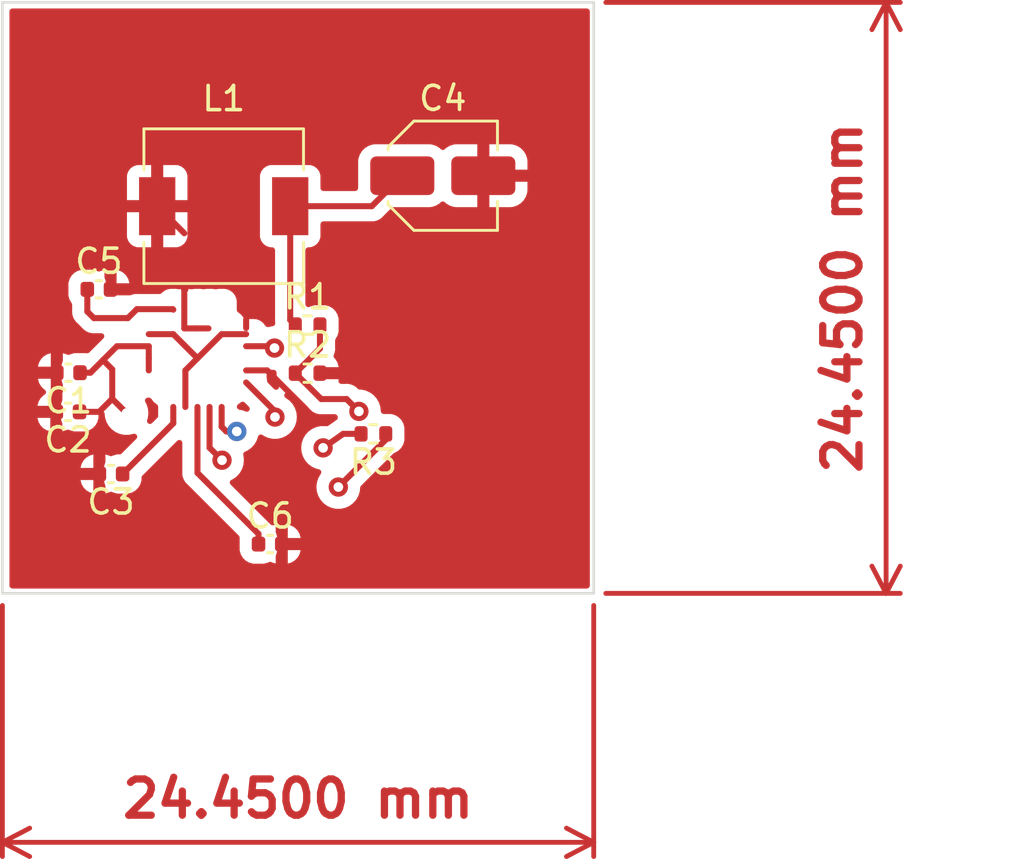
<source format=kicad_pcb>
(kicad_pcb (version 20221018) (generator pcbnew)
  (layers (0 "F.Cu" signal) (1 "In1.Cu" signal) (2 "In2.Cu" signal) (31 "B.Cu" signal) (34 "B.Paste" user) (35 "F.Paste" user) (36 "B.SilkS" user "B.Silkscreen") (37 "F.SilkS" user "F.Silkscreen") (38 "B.Mask" user) (39 "F.Mask" user) (44 "Edge.Cuts" user))
  (net 0 "")
  (net 1 "Net-(IC1-EN{slash}UVLO)")
  (net 2 "Earth")
  (net 3 "Net-(IC1-INTVCC)")
  (net 4 "/Vout")
  (net 5 "Net-(IC1-BST)")
  (net 6 "Net-(IC1-SS)")
  (net 7 "/FB")
  (net 8 "Net-(IC1-RT)")
  (net 9 "Net-(IC1-MODE{slash}SYNC)")
  (footprint "Capacitor_SMD:C_0402_1005Metric" (layer "F.Cu") (at 108.2 70.76 180)
    (fp_text reference "C3" (at 0 -1.16) (layer "F.SilkS"))
    (fp_text value "C")
    (fp_line (start -0.107836 -0.36) (end 0.107836 -0.36) (stroke (width 0.12)) (layer "F.SilkS"))
    (fp_line (start -0.107836 0.36) (end 0.107836 0.36) (stroke (width 0.12)) (layer "F.SilkS"))
    (pad "1" smd roundrect (at -0.48 0 180) (size 0.56 0.62) (layers "F.Cu" "F.Paste" "F.Mask") (net 3 "Net-(IC1-INTVCC)"))
    (pad "2" smd roundrect (at 0.48 0 180) (size 0.56 0.62) (layers "F.Cu" "F.Paste" "F.Mask") (net 2 "Earth"))
  )
  (footprint "Resistor_SMD:R_0402_1005Metric" (layer "F.Cu") (at 119.05 69.1 180)
    (fp_text reference "R3" (at 0 -1.17) (layer "F.SilkS"))
    (fp_text value "R")
    (fp_line (start -0.153641 -0.38) (end 0.153641 -0.38) (stroke (width 0.12)) (layer "F.SilkS"))
    (fp_line (start -0.153641 0.38) (end 0.153641 0.38) (stroke (width 0.12)) (layer "F.SilkS"))
    (pad "1" smd roundrect (at -0.51 0 180) (size 0.54 0.64) (layers "F.Cu" "F.Paste" "F.Mask") (net 8 "Net-(IC1-RT)"))
    (pad "2" smd roundrect (at 0.51 0 180) (size 0.54 0.64) (layers "F.Cu" "F.Paste" "F.Mask") (net 9 "Net-(IC1-MODE{slash}SYNC)"))
  )
  (footprint "Resistor_SMD:R_0402_1005Metric" (layer "F.Cu") (at 116.33 64.6)
    (fp_text reference "R1" (at 0 -1.17) (layer "F.SilkS"))
    (fp_text value "R")
    (fp_line (start -0.153641 -0.38) (end 0.153641 -0.38) (stroke (width 0.12)) (layer "F.SilkS"))
    (fp_line (start -0.153641 0.38) (end 0.153641 0.38) (stroke (width 0.12)) (layer "F.SilkS"))
    (pad "1" smd roundrect (at -0.51 0) (size 0.54 0.64) (layers "F.Cu" "F.Paste" "F.Mask") (net 4 "/Vout"))
    (pad "2" smd roundrect (at 0.51 0) (size 0.54 0.64) (layers "F.Cu" "F.Paste" "F.Mask") (net 7 "/FB"))
  )
  (footprint "Capacitor_SMD:C_0402_1005Metric" (layer "F.Cu") (at 114.78 73.66)
    (fp_text reference "C6" (at 0 -1.16) (layer "F.SilkS"))
    (fp_text value "C")
    (fp_line (start -0.107836 -0.36) (end 0.107836 -0.36) (stroke (width 0.12)) (layer "F.SilkS"))
    (fp_line (start -0.107836 0.36) (end 0.107836 0.36) (stroke (width 0.12)) (layer "F.SilkS"))
    (pad "1" smd roundrect (at -0.48 0) (size 0.56 0.62) (layers "F.Cu" "F.Paste" "F.Mask") (net 6 "Net-(IC1-SS)"))
    (pad "2" smd roundrect (at 0.48 0) (size 0.56 0.62) (layers "F.Cu" "F.Paste" "F.Mask") (net 2 "Earth"))
  )
  (footprint "Capacitor_SMD:C_0402_1005Metric" (layer "F.Cu") (at 107.7 63.12)
    (fp_text reference "C5" (at 0 -1.16) (layer "F.SilkS"))
    (fp_text value "C")
    (fp_line (start -0.107836 -0.36) (end 0.107836 -0.36) (stroke (width 0.12)) (layer "F.SilkS"))
    (fp_line (start -0.107836 0.36) (end 0.107836 0.36) (stroke (width 0.12)) (layer "F.SilkS"))
    (pad "1" smd roundrect (at -0.48 0) (size 0.56 0.62) (layers "F.Cu" "F.Paste" "F.Mask") (net 5 "Net-(IC1-BST)"))
    (pad "2" smd roundrect (at 0.48 0) (size 0.56 0.62) (layers "F.Cu" "F.Paste" "F.Mask") (net 2 "Earth"))
  )
  (footprint "Capacitor_SMD:C_Elec_4x5.8" (layer "F.Cu") (at 121.92 58.42)
    (fp_text reference "C4" (at 0 -3.2) (layer "F.SilkS"))
    (fp_text value "C")
    (fp_line (start -2.26 -1.195563) (end -2.26 -1.06) (stroke (width 0.12)) (layer "F.SilkS"))
    (fp_line (start -2.26 -1.195563) (end -1.195563 -2.26) (stroke (width 0.12)) (layer "F.SilkS"))
    (fp_line (start -2.26 1.195563) (end -2.26 1.06) (stroke (width 0.12)) (layer "F.SilkS"))
    (fp_line (start -2.26 1.195563) (end -1.195563 2.26) (stroke (width 0.12)) (layer "F.SilkS"))
    (fp_line (start -1.195563 -2.26) (end 2.26 -2.26) (stroke (width 0.12)) (layer "F.SilkS"))
    (fp_line (start -1.195563 2.26) (end 2.26 2.26) (stroke (width 0.12)) (layer "F.SilkS"))
    (fp_line (start 2.26 -2.26) (end 2.26 -1.06) (stroke (width 0.12)) (layer "F.SilkS"))
    (fp_line (start 2.26 2.26) (end 2.26 1.06) (stroke (width 0.12)) (layer "F.SilkS"))
    (pad "1" smd roundrect (at -1.675 0) (size 2.65 1.6) (layers "F.Cu" "F.Paste" "F.Mask") (roundrect_rratio 0.15625) (net 4 "/Vout"))
    (pad "2" smd roundrect (at 1.675 0) (size 2.65 1.6) (layers "F.Cu" "F.Paste" "F.Mask") (roundrect_rratio 0.15625) (net 2 "Earth"))
  )
  (footprint "Inductor_SMD:L_6.3x6.3_H3" (layer "F.Cu") (at 112.86 59.68)
    (fp_text reference "L1" (at 0 -4.45) (layer "F.SilkS"))
    (fp_text value "L")
    (fp_line (start -3.3 -3.2) (end 3.3 -3.2) (stroke (width 0.12)) (layer "F.SilkS"))
    (fp_line (start -3.3 -1.5) (end -3.3 -3.2) (stroke (width 0.12)) (layer "F.SilkS"))
    (fp_line (start -3.3 3.2) (end -3.3 1.5) (stroke (width 0.12)) (layer "F.SilkS"))
    (fp_line (start 3.3 -3.2) (end 3.3 -1.5) (stroke (width 0.12)) (layer "F.SilkS"))
    (fp_line (start 3.3 1.5) (end 3.3 3.2) (stroke (width 0.12)) (layer "F.SilkS"))
    (fp_line (start 3.3 3.2) (end -3.3 3.2) (stroke (width 0.12)) (layer "F.SilkS"))
    (pad "1" smd rect (at -2.75 0) (size 1.5 2.4) (layers "F.Cu" "F.Paste" "F.Mask") (net 2 "Earth"))
    (pad "2" smd rect (at 2.75 0) (size 1.5 2.4) (layers "F.Cu" "F.Paste" "F.Mask") (net 4 "/Vout"))
  )
  (footprint "Capacitor_SMD:C_0402_1005Metric" (layer "F.Cu") (at 106.42 68.19 180)
    (fp_text reference "C2" (at 0 -1.16) (layer "F.SilkS"))
    (fp_text value "C")
    (fp_line (start -0.107836 -0.36) (end 0.107836 -0.36) (stroke (width 0.12)) (layer "F.SilkS"))
    (fp_line (start -0.107836 0.36) (end 0.107836 0.36) (stroke (width 0.12)) (layer "F.SilkS"))
    (pad "1" smd roundrect (at -0.48 0 180) (size 0.56 0.62) (layers "F.Cu" "F.Paste" "F.Mask") (net 1 "Net-(IC1-EN{slash}UVLO)"))
    (pad "2" smd roundrect (at 0.48 0 180) (size 0.56 0.62) (layers "F.Cu" "F.Paste" "F.Mask") (net 2 "Earth"))
  )
  (footprint "Capacitor_SMD:C_0402_1005Metric" (layer "F.Cu") (at 106.44 66.57 180)
    (fp_text reference "C1" (at 0 -1.16) (layer "F.SilkS"))
    (fp_text value "C" hide)
    (fp_line (start -0.107836 -0.36) (end 0.107836 -0.36) (stroke (width 0.12)) (layer "F.SilkS"))
    (fp_line (start -0.107836 0.36) (end 0.107836 0.36) (stroke (width 0.12)) (layer "F.SilkS"))
    (pad "1" smd roundrect locked (at -0.48 0 180) (size 0.56 0.62) (layers "F.Cu" "F.Paste" "F.Mask") (net 1 "Net-(IC1-EN{slash}UVLO)"))
    (pad "2" smd roundrect (at 0.48 0 180) (size 0.56 0.62) (layers "F.Cu" "F.Paste" "F.Mask") (net 2 "Earth"))
  )
  (footprint "Resistor_SMD:R_0402_1005Metric" (layer "F.Cu") (at 116.33 66.59)
    (fp_text reference "R2" (at 0 -1.17) (layer "F.SilkS"))
    (fp_text value "R")
    (fp_line (start -0.153641 -0.38) (end 0.153641 -0.38) (stroke (width 0.12)) (layer "F.SilkS"))
    (fp_line (start -0.153641 0.38) (end 0.153641 0.38) (stroke (width 0.12)) (layer "F.SilkS"))
    (pad "1" smd roundrect (at -0.51 0) (size 0.54 0.64) (layers "F.Cu" "F.Paste" "F.Mask") (net 7 "/FB"))
    (pad "2" smd roundrect (at 0.51 0) (size 0.54 0.64) (layers "F.Cu" "F.Paste" "F.Mask") (net 2 "Earth"))
  )
  (gr_rect (start 103.71 51.25) (end 128.16 75.7) (stroke (width 0.1)) (fill none) (layer "Edge.Cuts"))
  (dimension (type aligned) (layer "F.Cu") (pts (xy 128.16 75.7) (xy 128.16 51.25)) (height 12.09) (gr_text "24,4500 mm" (at 138.45 63.475 90) (layer "F.Cu") (effects (font (size 1.5 1.5) (thickness 0.3)))) (format (prefix "") (suffix "") (units 3) (units_format 1) (precision 4)) (style (thickness 0.2) (arrow_length 1.27) (text_position_mode 0) (extension_height 0.58642) (extension_offset 0.5) keep_text_aligned))
  (dimension (type aligned) (layer "F.Cu") (pts (xy 128.16 75.7) (xy 103.71 75.7)) (height -10.3) (gr_text "24,4500 mm" (at 115.935 84.2) (layer "F.Cu") (effects (font (size 1.5 1.5) (thickness 0.3)))) (format (prefix "") (suffix "") (units 3) (units_format 1) (precision 4)) (style (thickness 0.2) (arrow_length 1.27) (text_position_mode 0) (extension_height 0.58642) (extension_offset 0.5) keep_text_aligned))
  (segment (start 106.9 68.19) (end 107.71076 68.19) (width 0.25) (layer "F.Cu") (net 1))
  (segment (start 109.7625 65.975) (end 109.7625 65.475) (width 0.25) (layer "F.Cu") (net 1))
  (segment (start 114.96 65.55) (end 114.885 65.475) (width 0.25) (layer "F.Cu") (net 1))
  (segment (start 114.885 65.475) (end 113.7875 65.475) (width 0.25) (layer "F.Cu") (net 1))
  (segment (start 106.92 66.57) (end 107.35 66.57) (width 0.25) (layer "F.Cu") (net 1))
  (segment (start 108.25038 66.43038) (end 107.87 66.05) (width 0.25) (layer "F.Cu") (net 1))
  (segment (start 108.445 65.475) (end 109.7625 65.475) (width 0.25) (layer "F.Cu") (net 1))
  (segment (start 107.87 66.05) (end 108.445 65.475) (width 0.25) (layer "F.Cu") (net 1))
  (segment (start 108.84 68.24) (end 108.25038 67.65038) (width 0.25) (layer "F.Cu") (net 1))
  (segment (start 108.25038 67.65038) (end 108.25038 66.43038) (width 0.25) (layer "F.Cu") (net 1))
  (segment (start 109.7625 65.975) (end 109.7625 66.475) (width 0.25) (layer "F.Cu") (net 1))
  (segment (start 107.71076 68.19) (end 108.25038 67.65038) (width 0.25) (layer "F.Cu") (net 1))
  (segment (start 107.35 66.57) (end 107.87 66.05) (width 0.25) (layer "F.Cu") (net 1))
  (via blind (at 114.96 65.55) (size 0.8) (drill 0.4) (layers "F.Cu" "In30.Cu") (net 1))
  (segment (start 105.96 66.57) (end 105.96 66.562391) (width 0.25) (layer "F.Cu") (net 2))
  (segment (start 111.73 64.7375) (end 112.23 64.7375) (width 0.25) (layer "F.Cu") (net 2))
  (segment (start 108.18 62.6) (end 108.18 63.12) (width 0.25) (layer "F.Cu") (net 2))
  (segment (start 111.22 63.12) (end 111.23 63.13) (width 0.25) (layer "F.Cu") (net 2))
  (segment (start 110.11 59.68) (end 111.23 60.8) (width 0.25) (layer "F.Cu") (net 2))
  (segment (start 108.065 62.485) (end 108.18 62.6) (width 0.25) (layer "F.Cu") (net 2))
  (segment (start 113.7875 64.975) (end 112.775 64.975) (width 0.25) (layer "F.Cu") (net 2))
  (segment (start 112.775 64.975) (end 111.775 65.975) (width 0.25) (layer "F.Cu") (net 2))
  (segment (start 111.275 66.475) (end 111.775 65.975) (width 0.25) (layer "F.Cu") (net 2))
  (segment (start 105.94 66.59) (end 105.96 66.57) (width 0.25) (layer "F.Cu") (net 2))
  (segment (start 116.245 68.065) (end 114.655 66.475) (width 0.25) (layer "F.Cu") (net 2))
  (segment (start 111.275 67.9875) (end 111.275 66.475) (width 0.25) (layer "F.Cu") (net 2))
  (segment (start 111.23 64.7375) (end 111.73 64.7375) (width 0.25) (layer "F.Cu") (net 2))
  (segment (start 111.23 63.13) (end 111.23 64.7375) (width 0.25) (layer "F.Cu") (net 2))
  (segment (start 110.775 64.975) (end 111.775 65.975) (width 0.25) (layer "F.Cu") (net 2))
  (segment (start 109.7625 64.975) (end 110.775 64.975) (width 0.25) (layer "F.Cu") (net 2))
  (segment (start 114.655 66.475) (end 113.7875 66.475) (width 0.25) (layer "F.Cu") (net 2))
  (segment (start 110.775 67.9875) (end 110.775 68.665) (width 0.25) (layer "F.Cu") (net 3))
  (segment (start 110.775 68.665) (end 108.68 70.76) (width 0.25) (layer "F.Cu") (net 3))
  (segment (start 115.61 64.39) (end 115.82 64.6) (width 0.25) (layer "F.Cu") (net 4))
  (segment (start 118.985 59.68) (end 115.61 59.68) (width 0.25) (layer "F.Cu") (net 4))
  (segment (start 120.245 58.42) (end 118.985 59.68) (width 0.25) (layer "F.Cu") (net 4))
  (segment (start 115.61 59.68) (end 115.61 64.39) (width 0.25) (layer "F.Cu") (net 4))
  (segment (start 110.7525 63.94) (end 110.775 63.9625) (width 0.25) (layer "F.Cu") (net 5))
  (segment (start 107.22 64.04) (end 107.49 64.31) (width 0.25) (layer "F.Cu") (net 5))
  (segment (start 109.27 63.94) (end 110.7525 63.94) (width 0.25) (layer "F.Cu") (net 5))
  (segment (start 108.9 64.31) (end 109.27 63.94) (width 0.25) (layer "F.Cu") (net 5))
  (segment (start 107.49 64.31) (end 108.9 64.31) (width 0.25) (layer "F.Cu") (net 5))
  (segment (start 107.22 63.12) (end 107.22 64.04) (width 0.25) (layer "F.Cu") (net 5))
  (segment (start 111.775 70.715) (end 114.3 73.24) (width 0.25) (layer "F.Cu") (net 6))
  (segment (start 114.3 73.24) (end 114.3 73.66) (width 0.25) (layer "F.Cu") (net 6))
  (segment (start 111.775 67.9875) (end 111.775 70.715) (width 0.25) (layer "F.Cu") (net 6))
  (segment (start 118.45 68.17) (end 117.94 67.66) (width 0.25) (layer "F.Cu") (net 7))
  (segment (start 116.84 64.6) (end 116.84 65.57) (width 0.25) (layer "F.Cu") (net 7))
  (segment (start 116.89 67.66) (end 115.82 66.59) (width 0.25) (layer "F.Cu") (net 7))
  (segment (start 116.84 65.57) (end 115.82 66.59) (width 0.25) (layer "F.Cu") (net 7))
  (segment (start 112.79 70.19) (end 112.275 69.675) (width 0.25) (layer "F.Cu") (net 7))
  (segment (start 117.94 67.66) (end 116.89 67.66) (width 0.25) (layer "F.Cu") (net 7))
  (segment (start 112.275 69.675) (end 112.275 67.9875) (width 0.25) (layer "F.Cu") (net 7))
  (via blind (at 118.45 68.17) (size 0.8) (drill 0.4) (layers "F.Cu" "In30.Cu") (net 7))
  (via blind (at 112.79 70.19) (size 0.8) (drill 0.4) (layers "F.Cu" "In30.Cu") (net 7))
  (segment (start 119.56 69.34) (end 117.6 71.3) (width 0.25) (layer "F.Cu") (net 8))
  (segment (start 112.775 68.8075) (end 112.9675 69) (width 0.25) (layer "F.Cu") (net 8))
  (segment (start 113.4 69) (end 112.9675 69) (width 0.25) (layer "F.Cu") (net 8))
  (segment (start 119.56 69.1) (end 119.56 69.34) (width 0.25) (layer "F.Cu") (net 8))
  (segment (start 117.6 71.3) (end 117.5 71.3) (width 0.25) (layer "F.Cu") (net 8))
  (segment (start 112.775 67.9875) (end 112.775 68.8075) (width 0.25) (layer "F.Cu") (net 8))
  (via blind (at 117.6 71.3) (size 0.8) (drill 0.4) (layers "F.Cu" "In30.Cu") (net 8))
  (via blind (at 113.4 69) (size 0.8) (drill 0.4) (layers "F.Cu" "B.Cu") (net 8))
  (segment (start 114.98 68.1675) (end 113.7875 66.975) (width 0.25) (layer "F.Cu") (net 9))
  (segment (start 114.98 68.4045) (end 114.98 68.1675) (width 0.25) (layer "F.Cu") (net 9))
  (segment (start 118.54 69.1) (end 117.8 69.1) (width 0.25) (layer "F.Cu") (net 9))
  (segment (start 117.8 69.1) (end 116.97 69.68) (width 0.25) (layer "F.Cu") (net 9))
  (via blind (at 114.98 68.4045) (size 0.8) (drill 0.4) (layers "F.Cu" "In30.Cu") (net 9))
  (via blind (at 116.97 69.68) (size 0.8) (drill 0.4) (layers "F.Cu" "In30.Cu") (net 9))
  (zone (net 2) (net_name "Earth") (layer "F.Cu") (connect_pads (clearance 0.5)) (min_thickness 0.25) (fill yes (thermal_gap 0.5) (thermal_bridge_width 0.5) (island_removal_mode 1) (island_area_min 10))
    (polygon (pts (xy 128 51.5) (xy 104 51.5) (xy 104 75.5) (xy 128 75.5)))
  )
  (zone (net 0) (net_name "") (layer "F.Cu") (connect_pads (clearance 0)) (min_thickness 0.25)
    (keepout (tracks allowed) (vias allowed) (pads allowed) (copperpour not_allowed) (footprints allowed))
    (fill (thermal_gap 0.5) (thermal_bridge_width 0.5) (island_removal_mode 1) (island_area_min 10))
    (polygon (pts (xy 114.25 68.25) (xy 113.75 67.5) (xy 112.75 68.25)))
  )
)
</source>
